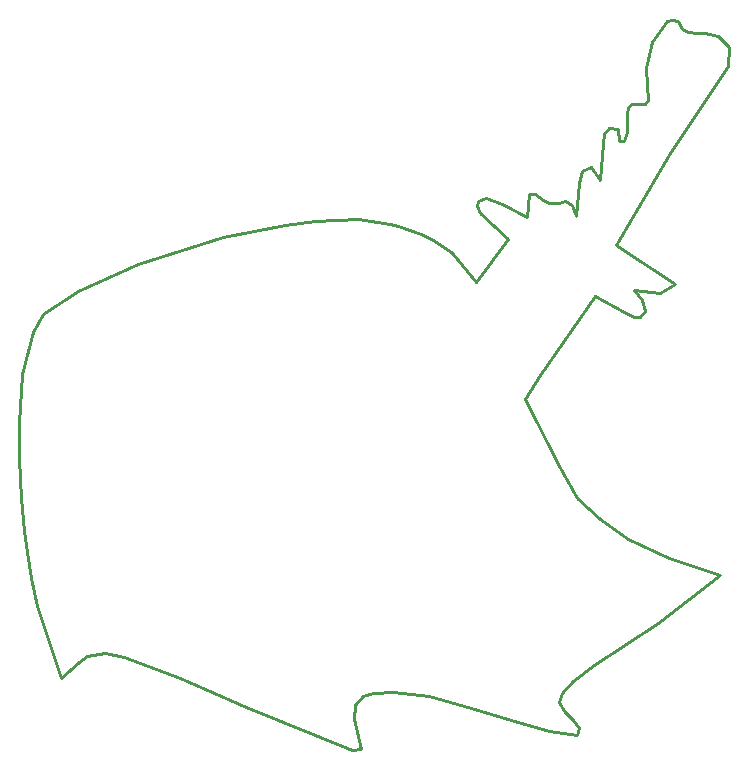
<source format=gko>
G04 Layer: BoardOutline*
G04 EasyEDA v6.1.51, Thu, 20 Jun 2019 01:18:00 GMT*
G04 13a2db1834074896a0e2ff3160756fa7,fc2bddda97e04f84aaf3dc2e9cb20b51,10*
G04 Gerber Generator version 0.2*
G04 Scale: 100 percent, Rotated: No, Reflected: No *
G04 Dimensions in millimeters *
G04 leading zeros omitted , absolute positions ,3 integer and 3 decimal *
%FSLAX33Y33*%
%MOMM*%
G90*
G71D02*

%ADD10C,0.254000*%
G54D10*
G01X0Y27686D02*
G01X254Y31877D01*
G01X1143Y35433D01*
G01X2032Y36957D01*
G01X4953Y38862D01*
G01X10033Y41148D01*
G01X17272Y43434D01*
G01X22479Y44450D01*
G01X25019Y44831D01*
G01X28702Y44958D01*
G01X31369Y44577D01*
G01X32067Y44386D01*
G01X33990Y43710D01*
G01X35052Y43180D01*
G01X36576Y42164D01*
G01X36690Y42037D01*
G01X38628Y39669D01*
G01X41402Y43307D01*
G01X38989Y45466D01*
G01X38735Y46101D01*
G01X38862Y46482D01*
G01X39497Y46736D01*
G01X40894Y46228D01*
G01X43009Y45168D01*
G01X43180Y47117D01*
G01X43688Y47117D01*
G01X44323Y46609D01*
G01X44874Y46332D01*
G01X45720Y46355D01*
G01X46228Y46482D01*
G01X46771Y46118D01*
G01X47160Y45267D01*
G01X47371Y48006D01*
G01X47625Y49022D01*
G01X48387Y49403D01*
G01X49149Y48260D01*
G01X49403Y51435D01*
G01X49530Y52197D01*
G01X49911Y52705D01*
G01X50673Y52578D01*
G01X50800Y51562D01*
G01X51181Y51562D01*
G01X51435Y52324D01*
G01X51435Y53848D01*
G01X51562Y54483D01*
G01X51915Y54716D01*
G01X52959Y54737D01*
G01X53248Y55026D01*
G01X53086Y57785D01*
G01X53594Y59944D01*
G01X54864Y61722D01*
G01X55283Y61826D01*
G01X55753Y61722D01*
G01X56134Y61087D01*
G01X56642Y60833D01*
G01X57404Y60706D01*
G01X58044Y60706D01*
G01X59182Y60452D01*
G01X60071Y59563D01*
G01X59961Y57924D01*
G01X55118Y50546D01*
G01X50546Y42799D01*
G01X55499Y39497D01*
G01X54229Y38735D01*
G01X52070Y38989D01*
G01X52705Y38100D01*
G01X52959Y37211D01*
G01X52578Y36703D01*
G01X52070Y36703D01*
G01X51181Y37084D01*
G01X48768Y38481D01*
G01X44084Y31790D01*
G01X42799Y29718D01*
G01X45593Y24257D01*
G01X47244Y21336D01*
G01X49149Y19558D01*
G01X51534Y17873D01*
G01X54978Y16306D01*
G01X59309Y14859D01*
G01X54102Y10795D01*
G01X48641Y7239D01*
G01X46863Y5842D01*
G01X45974Y4826D01*
G01X45720Y4064D01*
G01X46101Y3302D01*
G01X46863Y2540D01*
G01X47371Y1905D01*
G01X47244Y1270D01*
G01X44831Y1651D01*
G01X41656Y2540D01*
G01X38227Y3556D01*
G01X34671Y4572D01*
G01X31623Y4953D01*
G01X29972Y4826D01*
G01X29083Y4572D01*
G01X28448Y3810D01*
G01X28321Y2667D01*
G01X28956Y127D01*
G01X28194Y0D01*
G01X19177Y3683D01*
G01X13589Y6096D01*
G01X8890Y7874D01*
G01X7239Y8255D01*
G01X5715Y8001D01*
G01X5080Y7493D01*
G01X3556Y6096D01*
G01X1524Y12192D01*
G01X1016Y14605D01*
G01X635Y16764D01*
G01X381Y18542D01*
G01X132Y21366D01*
G01X0Y24638D01*
G01X0Y27686D01*

%LPD*%
M00*
M02*

</source>
